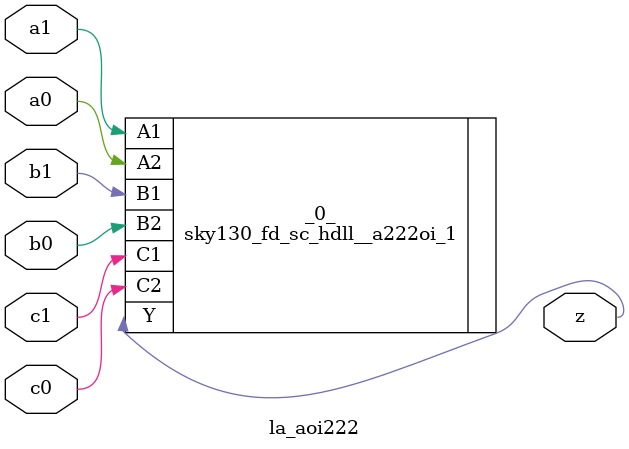
<source format=v>

/* Generated by Yosys 0.37 (git sha1 a5c7f69ed, clang 14.0.0-1ubuntu1.1 -fPIC -Os) */

module la_aoi222(a0, a1, b0, b1, c0, c1, z);
  input a0;
  wire a0;
  input a1;
  wire a1;
  input b0;
  wire b0;
  input b1;
  wire b1;
  input c0;
  wire c0;
  input c1;
  wire c1;
  output z;
  wire z;
  sky130_fd_sc_hdll__a222oi_1 _0_ (
    .A1(a1),
    .A2(a0),
    .B1(b1),
    .B2(b0),
    .C1(c1),
    .C2(c0),
    .Y(z)
  );
endmodule

</source>
